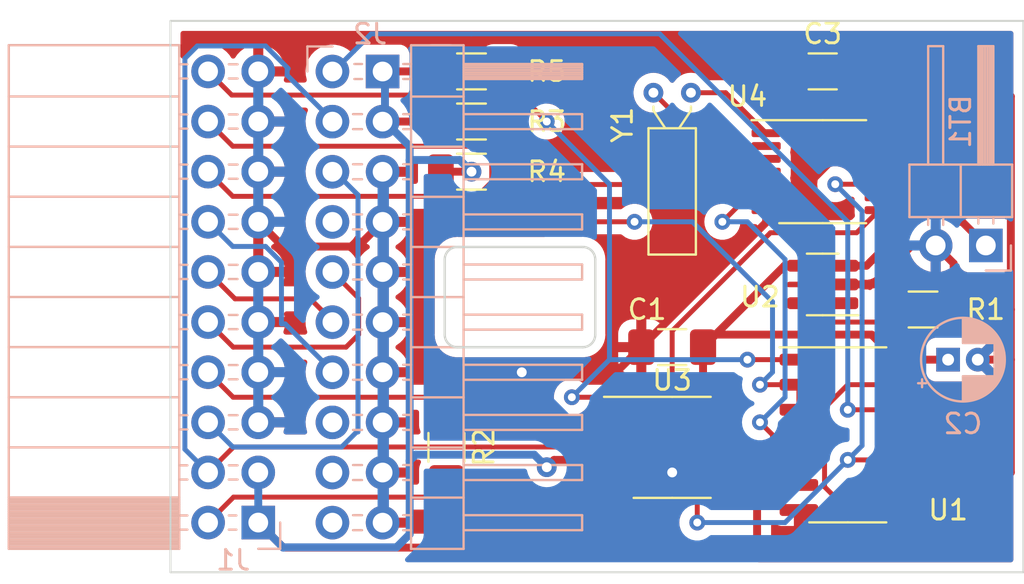
<source format=kicad_pcb>
(kicad_pcb (version 20211014) (generator pcbnew)
  (layers (0 "F.Cu" signal) (31 "B.Cu" signal) (34 "B.Paste" user) (35 "F.Paste" user) (36 "B.SilkS" user "B.Silkscreen") (37 "F.SilkS" user "F.Silkscreen") (38 "B.Mask" user) (39 "F.Mask" user) (44 "Edge.Cuts" user))
  (net 0 "")
  (net 1 "VCC")
  (net 2 "GND")
  (net 3 "VDD")
  (net 4 "Net-(J1-Pad2)")
  (net 5 "Net-(J1-Pad4)")
  (net 6 "Net-(J1-Pad6)")
  (net 7 "Net-(J1-Pad10)")
  (net 8 "Net-(J1-Pad12)")
  (net 9 "Net-(J1-Pad14)")
  (net 10 "Net-(J1-Pad16)")
  (net 11 "Net-(J1-Pad18)")
  (net 12 "Net-(J1-Pad20)")
  (net 13 "Net-(J2-Pad2)")
  (net 18 "Net-(U1-Pad13)")
  (net 19 "Net-(U1-Pad6)")
  (net 20 "Net-(R1-Pad1)")
  (net 22 "Net-(U4-Pad1)")
  (net 23 "Net-(J1-Pad8)")
  (net 24 "Net-(U4-Pad2)")
  (footprint "Resistor_SMD:R_1206_3216Metric_Pad1.30x1.75mm_HandSolder" (layer "F.Cu") (at 125.73 96.52 90)
    (fp_text reference "R2" (at 0 1.905 90) (layer "F.SilkS"))
    (fp_text value "100Ω")
    (pad "1" smd roundrect locked (at -1.55 0 90) (size 1.3 1.75) (layers "F.Cu" "F.Paste" "F.Mask") (roundrect_rratio 0.1923076923) (net 4 "Net-(J1-Pad2)"))
    (pad "2" smd roundrect locked (at 1.55 0 90) (size 1.3 1.75) (layers "F.Cu" "F.Paste" "F.Mask") (roundrect_rratio 0.1923076923) (net 23 "Net-(J1-Pad8)"))
  )
  (footprint "Package_TO_SOT_SMD:TSOT-23-5" (layer "F.Cu") (at 144.78 88.265 180)
    (fp_text reference "U2" (at 3.175 -0.635) (layer "F.SilkS"))
    (fp_text value "LTC4054-4.2")
    (pad "1" smd roundrect locked (at -1.1375 -0.95 180) (size 1.325 0.6) (layers "F.Cu" "F.Paste" "F.Mask"))
    (pad "2" smd roundrect locked (at -1.1375 0 180) (size 1.325 0.6) (layers "F.Cu" "F.Paste" "F.Mask") (net 2 "GND"))
    (pad "3" smd roundrect locked (at -1.1375 0.95 180) (size 1.325 0.6) (layers "F.Cu" "F.Paste" "F.Mask") (net 3 "VDD"))
    (pad "4" smd roundrect locked (at 1.1375 0.95 180) (size 1.325 0.6) (layers "F.Cu" "F.Paste" "F.Mask") (net 1 "VCC"))
    (pad "5" smd roundrect locked (at 1.1375 -0.95 180) (size 1.325 0.6) (layers "F.Cu" "F.Paste" "F.Mask") (net 20 "Net-(R1-Pad1)"))
  )
  (footprint "Capacitor_SMD:C_1206_3216Metric_Pad1.33x1.80mm_HandSolder" (layer "F.Cu") (at 144.78 77.47 180)
    (fp_text reference "C3" (at 0 1.905) (layer "F.SilkS"))
    (fp_text value "100nF")
    (pad "1" smd roundrect locked (at -1.5625 0 180) (size 1.325 1.8) (layers "F.Cu" "F.Paste" "F.Mask") (roundrect_rratio 0.1886792453) (net 3 "VDD"))
    (pad "2" smd roundrect locked (at 1.5625 0 180) (size 1.325 1.8) (layers "F.Cu" "F.Paste" "F.Mask") (roundrect_rratio 0.1886792453) (net 2 "GND"))
  )
  (footprint "Package_SO:TSSOP-14_4.4x5mm_P0.65mm" (layer "F.Cu") (at 144.78 82.55)
    (fp_text reference "U4" (at -3.81 -3.81) (layer "F.SilkS"))
    (fp_text value "PCF2123")
    (pad "1" smd roundrect locked (at -2.8625 -1.95) (size 1.475 0.4) (layers "F.Cu" "F.Paste" "F.Mask") (net 22 "Net-(U4-Pad1)"))
    (pad "2" smd roundrect locked (at -2.8625 -1.3) (size 1.475 0.4) (layers "F.Cu" "F.Paste" "F.Mask") (net 24 "Net-(U4-Pad2)"))
    (pad "3" smd roundrect locked (at -2.8625 -0.65) (size 1.475 0.4) (layers "F.Cu" "F.Paste" "F.Mask"))
    (pad "4" smd roundrect locked (at -2.8625 0) (size 1.475 0.4) (layers "F.Cu" "F.Paste" "F.Mask"))
    (pad "5" smd roundrect locked (at -2.8625 0.65) (size 1.475 0.4) (layers "F.Cu" "F.Paste" "F.Mask") (net 11 "Net-(J1-Pad18)"))
    (pad "6" smd roundrect locked (at -2.8625 1.3) (size 1.475 0.4) (layers "F.Cu" "F.Paste" "F.Mask") (net 19 "Net-(U1-Pad6)"))
    (pad "7" smd roundrect locked (at -2.8625 1.95) (size 1.475 0.4) (layers "F.Cu" "F.Paste" "F.Mask") (net 2 "GND"))
    (pad "8" smd roundrect locked (at 2.8625 1.95) (size 1.475 0.4) (layers "F.Cu" "F.Paste" "F.Mask") (net 5 "Net-(J1-Pad4)"))
    (pad "9" smd roundrect locked (at 2.8625 1.3) (size 1.475 0.4) (layers "F.Cu" "F.Paste" "F.Mask") (net 5 "Net-(J1-Pad4)"))
    (pad "10" smd roundrect locked (at 2.8625 0.65) (size 1.475 0.4) (layers "F.Cu" "F.Paste" "F.Mask") (net 4 "Net-(J1-Pad2)"))
    (pad "11" smd roundrect locked (at 2.8625 0) (size 1.475 0.4) (layers "F.Cu" "F.Paste" "F.Mask"))
    (pad "12" smd roundrect locked (at 2.8625 -0.65) (size 1.475 0.4) (layers "F.Cu" "F.Paste" "F.Mask") (net 2 "GND"))
    (pad "13" smd roundrect locked (at 2.8625 -1.3) (size 1.475 0.4) (layers "F.Cu" "F.Paste" "F.Mask"))
    (pad "14" smd roundrect locked (at 2.8625 -1.95) (size 1.475 0.4) (layers "F.Cu" "F.Paste" "F.Mask") (net 3 "VDD"))
  )
  (footprint "Package_SO:SO-14_3.9x8.65mm_P1.27mm" (layer "F.Cu") (at 146.05 95.885)
    (fp_text reference "U1" (at 5.08 3.81) (layer "F.SilkS"))
    (fp_text value "74HCT10")
    (pad "1" smd roundrect (at -2.475 -3.81) (size 1.95 0.6) (layers "F.Cu" "F.Paste" "F.Mask") (net 12 "Net-(J1-Pad20)"))
    (pad "2" smd roundrect (at -2.475 -2.54) (size 1.95 0.6) (layers "F.Cu" "F.Paste" "F.Mask") (net 10 "Net-(J1-Pad16)"))
    (pad "3" smd roundrect (at -2.475 -1.27) (size 1.95 0.6) (layers "F.Cu" "F.Paste" "F.Mask") (net 10 "Net-(J1-Pad16)"))
    (pad "4" smd roundrect (at -2.475 0) (size 1.95 0.6) (layers "F.Cu" "F.Paste" "F.Mask") (net 10 "Net-(J1-Pad16)"))
    (pad "5" smd roundrect (at -2.475 1.27) (size 1.95 0.6) (layers "F.Cu" "F.Paste" "F.Mask") (net 10 "Net-(J1-Pad16)"))
    (pad "6" smd roundrect (at -2.475 2.54) (size 1.95 0.6) (layers "F.Cu" "F.Paste" "F.Mask") (net 19 "Net-(U1-Pad6)"))
    (pad "7" smd roundrect (at -2.475 3.81) (size 1.95 0.6) (layers "F.Cu" "F.Paste" "F.Mask") (net 2 "GND"))
    (pad "8" smd roundrect (at 2.475 3.81) (size 1.95 0.6) (layers "F.Cu" "F.Paste" "F.Mask") (net 18 "Net-(U1-Pad13)"))
    (pad "9" smd roundrect (at 2.475 2.54) (size 1.95 0.6) (layers "F.Cu" "F.Paste" "F.Mask") (net 4 "Net-(J1-Pad2)"))
    (pad "10" smd roundrect (at 2.475 1.27) (size 1.95 0.6) (layers "F.Cu" "F.Paste" "F.Mask") (net 4 "Net-(J1-Pad2)"))
    (pad "11" smd roundrect (at 2.475 0) (size 1.95 0.6) (layers "F.Cu" "F.Paste" "F.Mask") (net 4 "Net-(J1-Pad2)"))
    (pad "12" smd roundrect (at 2.475 -1.27) (size 1.95 0.6) (layers "F.Cu" "F.Paste" "F.Mask") (net 13 "Net-(J2-Pad2)"))
    (pad "13" smd roundrect (at 2.475 -2.54) (size 1.95 0.6) (layers "F.Cu" "F.Paste" "F.Mask") (net 18 "Net-(U1-Pad13)"))
    (pad "14" smd roundrect (at 2.475 -3.81) (size 1.95 0.6) (layers "F.Cu" "F.Paste" "F.Mask") (net 1 "VCC"))
  )
  (footprint "Crystal:Crystal_DS26_D2.0mm_L6.0mm_Horizontal" (layer "F.Cu") (at 136.21 78.55)
    (fp_text reference "Y1" (at -1.57 1.625 90) (layer "F.SilkS"))
    (fp_text value "32.768KHz")
    (pad "1" thru_hole circle locked (at 0 0) (size 1 1) (drill 0.5) (layers *.Cu *.Mask) (net 24 "Net-(U4-Pad2)"))
    (pad "2" thru_hole circle locked (at 1.9 0) (size 1 1) (drill 0.5) (layers *.Cu *.Mask) (net 22 "Net-(U4-Pad1)"))
  )
  (footprint "Resistor_SMD:R_1206_3216Metric_Pad1.30x1.75mm_HandSolder" (layer "F.Cu") (at 127 80.01)
    (fp_text reference "R3" (at 3.81 0) (layer "F.SilkS"))
    (fp_text value "10KΩ")
    (pad "1" smd roundrect locked (at -1.55 0) (size 1.3 1.75) (layers "F.Cu" "F.Paste" "F.Mask") (roundrect_rratio 0.1923076923) (net 1 "VCC"))
    (pad "2" smd roundrect locked (at 1.55 0) (size 1.3 1.75) (layers "F.Cu" "F.Paste" "F.Mask") (roundrect_rratio 0.1923076923) (net 11 "Net-(J1-Pad18)"))
  )
  (footprint "Resistor_SMD:R_1206_3216Metric_Pad1.30x1.75mm_HandSolder" (layer "F.Cu") (at 127 77.47)
    (fp_text reference "R5" (at 3.81 0) (layer "F.SilkS"))
    (fp_text value "10KΩ")
    (pad "1" smd roundrect locked (at -1.55 0) (size 1.3 1.75) (layers "F.Cu" "F.Paste" "F.Mask") (roundrect_rratio 0.1923076923) (net 1 "VCC"))
    (pad "2" smd roundrect locked (at 1.55 0) (size 1.3 1.75) (layers "F.Cu" "F.Paste" "F.Mask") (roundrect_rratio 0.1923076923) (net 12 "Net-(J1-Pad20)"))
  )
  (footprint "Capacitor_SMD:C_1206_3216Metric_Pad1.33x1.80mm_HandSolder" (layer "F.Cu") (at 137.16 91.44 180)
    (fp_text reference "C1" (at 1.27 1.905) (layer "F.SilkS"))
    (fp_text value "100nF")
    (pad "1" smd roundrect locked (at -1.5625 0 180) (size 1.325 1.8) (layers "F.Cu" "F.Paste" "F.Mask") (roundrect_rratio 0.1886792453) (net 1 "VCC"))
    (pad "2" smd roundrect locked (at 1.5625 0 180) (size 1.325 1.8) (layers "F.Cu" "F.Paste" "F.Mask") (roundrect_rratio 0.1886792453) (net 2 "GND"))
  )
  (footprint "Resistor_SMD:R_1206_3216Metric_Pad1.30x1.75mm_HandSolder" (layer "F.Cu") (at 127 82.55)
    (fp_text reference "R4" (at 3.81 0) (layer "F.SilkS"))
    (fp_text value "10KΩ")
    (pad "1" smd roundrect locked (at -1.55 0) (size 1.3 1.75) (layers "F.Cu" "F.Paste" "F.Mask") (roundrect_rratio 0.1923076923) (net 1 "VCC"))
    (pad "2" smd roundrect locked (at 1.55 0) (size 1.3 1.75) (layers "F.Cu" "F.Paste" "F.Mask") (roundrect_rratio 0.1923076923) (net 10 "Net-(J1-Pad16)"))
  )
  (footprint "Package_SO:SOIC-8_3.9x4.9mm_P1.27mm" (layer "F.Cu") (at 137.16 96.52)
    (fp_text reference "U3" (at 0 -3.4) (layer "F.SilkS"))
    (fp_text value "FM25040B")
    (pad "1" smd roundrect locked (at -2.475 -1.905) (size 1.95 0.6) (layers "F.Cu" "F.Paste" "F.Mask") (net 12 "Net-(J1-Pad20)"))
    (pad "2" smd roundrect locked (at -2.475 -0.635) (size 1.95 0.6) (layers "F.Cu" "F.Paste" "F.Mask") (net 5 "Net-(J1-Pad4)"))
    (pad "3" smd roundrect locked (at -2.475 0.635) (size 1.95 0.6) (layers "F.Cu" "F.Paste" "F.Mask") (net 1 "VCC"))
    (pad "4" smd roundrect locked (at -2.475 1.905) (size 1.95 0.6) (layers "F.Cu" "F.Paste" "F.Mask") (net 2 "GND"))
    (pad "5" smd roundrect locked (at 2.475 1.905) (size 1.95 0.6) (layers "F.Cu" "F.Paste" "F.Mask") (net 5 "Net-(J1-Pad4)"))
    (pad "6" smd roundrect locked (at 2.475 0.635) (size 1.95 0.6) (layers "F.Cu" "F.Paste" "F.Mask") (net 4 "Net-(J1-Pad2)"))
    (pad "7" smd roundrect locked (at 2.475 -0.635) (size 1.95 0.6) (layers "F.Cu" "F.Paste" "F.Mask") (net 1 "VCC"))
    (pad "8" smd roundrect locked (at 2.475 -1.905) (size 1.95 0.6) (layers "F.Cu" "F.Paste" "F.Mask") (net 1 "VCC"))
  )
  (footprint "Resistor_SMD:R_1206_3216Metric_Pad1.30x1.75mm_HandSolder" (layer "F.Cu") (at 149.86 89.535)
    (fp_text reference "R1" (at 3.175 0) (layer "F.SilkS"))
    (fp_text value "2.2K")
    (pad "1" smd roundrect locked (at -1.55 0) (size 1.3 1.75) (layers "F.Cu" "F.Paste" "F.Mask") (roundrect_rratio 0.1923076923) (net 20 "Net-(R1-Pad1)"))
    (pad "2" smd roundrect locked (at 1.55 0) (size 1.3 1.75) (layers "F.Cu" "F.Paste" "F.Mask") (roundrect_rratio 0.1923076923) (net 2 "GND"))
  )
  (footprint "Connector_PinHeader_2.54mm:PinHeader_1x02_P2.54mm_Horizontal" (layer "B.Cu") (at 153.04 86.29 90)
    (fp_text reference "BT1" (at 6.28 -1.275 270) (layer "B.SilkS") (effects (justify mirror)))
    (fp_text value "Li-Ion")
    (pad "1" thru_hole rect locked (at 0 0 90) (size 1.7 1.7) (drill 1) (layers *.Cu *.Mask) (net 3 "VDD"))
    (pad "2" thru_hole oval locked (at 0 -2.54 90) (size 1.7 1.7) (drill 1) (layers *.Cu *.Mask) (net 2 "GND"))
  )
  (footprint "Connector_PinSocket_2.54mm:PinSocket_2x10_P2.54mm_Horizontal" (layer "B.Cu") (at 116.205 100.33)
    (fp_text reference "J1" (at -1.27 1.905) (layer "B.SilkS") (effects (justify mirror)))
    (fp_text value "In")
    (pad "1" thru_hole rect locked (at 0 0) (size 1.7 1.7) (drill 1) (layers *.Cu *.Mask) (net 1 "VCC"))
    (pad "2" thru_hole oval locked (at -2.54 0) (size 1.7 1.7) (drill 1) (layers *.Cu *.Mask) (net 4 "Net-(J1-Pad2)"))
    (pad "3" thru_hole oval locked (at 0 -2.54) (size 1.7 1.7) (drill 1) (layers *.Cu *.Mask) (net 1 "VCC"))
    (pad "4" thru_hole oval locked (at -2.54 -2.54) (size 1.7 1.7) (drill 1) (layers *.Cu *.Mask) (net 5 "Net-(J1-Pad4)"))
    (pad "5" thru_hole oval locked (at 0 -5.08) (size 1.7 1.7) (drill 1) (layers *.Cu *.Mask) (net 2 "GND"))
    (pad "6" thru_hole oval locked (at -2.54 -5.08) (size 1.7 1.7) (drill 1) (layers *.Cu *.Mask) (net 6 "Net-(J1-Pad6)"))
    (pad "7" thru_hole oval locked (at 0 -7.62) (size 1.7 1.7) (drill 1) (layers *.Cu *.Mask) (net 2 "GND"))
    (pad "8" thru_hole oval locked (at -2.54 -7.62) (size 1.7 1.7) (drill 1) (layers *.Cu *.Mask) (net 23 "Net-(J1-Pad8)"))
    (pad "9" thru_hole oval locked (at 0 -10.16) (size 1.7 1.7) (drill 1) (layers *.Cu *.Mask) (net 2 "GND"))
    (pad "10" thru_hole oval locked (at -2.54 -10.16) (size 1.7 1.7) (drill 1) (layers *.Cu *.Mask) (net 7 "Net-(J1-Pad10)"))
    (pad "11" thru_hole oval locked (at 0 -12.7) (size 1.7 1.7) (drill 1) (layers *.Cu *.Mask) (net 2 "GND"))
    (pad "12" thru_hole oval locked (at -2.54 -12.7) (size 1.7 1.7) (drill 1) (layers *.Cu *.Mask) (net 8 "Net-(J1-Pad12)"))
    (pad "13" thru_hole oval locked (at 0 -15.24) (size 1.7 1.7) (drill 1) (layers *.Cu *.Mask) (net 2 "GND"))
    (pad "14" thru_hole oval locked (at -2.54 -15.24) (size 1.7 1.7) (drill 1) (layers *.Cu *.Mask) (net 9 "Net-(J1-Pad14)"))
    (pad "15" thru_hole oval locked (at 0 -17.78) (size 1.7 1.7) (drill 1) (layers *.Cu *.Mask) (net 2 "GND"))
    (pad "16" thru_hole oval locked (at -2.54 -17.78) (size 1.7 1.7) (drill 1) (layers *.Cu *.Mask) (net 10 "Net-(J1-Pad16)"))
    (pad "17" thru_hole oval locked (at 0 -20.32) (size 1.7 1.7) (drill 1) (layers *.Cu *.Mask) (net 2 "GND"))
    (pad "18" thru_hole oval locked (at -2.54 -20.32) (size 1.7 1.7) (drill 1) (layers *.Cu *.Mask) (net 11 "Net-(J1-Pad18)"))
    (pad "19" thru_hole oval locked (at 0 -22.86) (size 1.7 1.7) (drill 1) (layers *.Cu *.Mask) (net 2 "GND"))
    (pad "20" thru_hole oval locked (at -2.54 -22.86) (size 1.7 1.7) (drill 1) (layers *.Cu *.Mask) (net 12 "Net-(J1-Pad20)"))
  )
  (footprint "Connector_PinHeader_2.54mm:PinHeader_2x10_P2.54mm_Reversed_Horizontal" (layer "B.Cu") (at 131.36 77.475 180)
    (fp_text reference "J2" (at 9.495 1.905) (layer "B.SilkS") (effects (justify mirror)))
    (fp_text value "Out")
    (fp_line (start -1.27 -8.89) (end 5.08 -8.89) (layer "Edge.Cuts") (width 0.12))
    (fp_line (start -1.905 -13.335) (end -1.905 -9.525) (layer "Edge.Cuts") (width 0.12))
    (fp_line (start 5.715 -9.525) (end 5.715 -13.335) (layer "Edge.Cuts") (width 0.12))
    (fp_line (start 5.08 -13.97) (end -1.27 -13.97) (layer "Edge.Cuts") (width 0.12))
    (fp_arc (start 5.08 -13.97) (mid 5.529013 -13.784013) (end 5.715 -13.335) (layer "Edge.Cuts") (width 0.12))
    (fp_arc (start -1.905 -13.335) (mid -1.719013 -13.784013) (end -1.27 -13.97) (layer "Edge.Cuts") (width 0.12))
    (fp_arc (start -1.27 -8.89) (mid -1.719013 -9.075987) (end -1.905 -9.525) (layer "Edge.Cuts") (width 0.12))
    (fp_arc (start 5.715 -9.525) (mid 5.529013 -9.075987) (end 5.08 -8.89) (layer "Edge.Cuts") (width 0.12))
    (pad "1" thru_hole rect (at 8.86 0 180) (size 1.7 1.7) (drill 1) (layers *.Cu *.Mask) (net 1 "VCC"))
    (pad "2" thru_hole circle (at 11.4 0 180) (size 1.7 1.7) (drill 1) (layers *.Cu *.Mask) (net 13 "Net-(J2-Pad2)"))
    (pad "3" thru_hole oval (at 8.86 -2.54 180) (size 1.7 1.7) (drill 1) (layers *.Cu *.Mask) (net 1 "VCC"))
    (pad "4" thru_hole oval (at 11.4 -2.54 180) (size 1.7 1.7) (drill 1) (layers *.Cu *.Mask) (net 5 "Net-(J1-Pad4)"))
    (pad "5" thru_hole oval (at 8.86 -5.08 180) (size 1.7 1.7) (drill 1) (layers *.Cu *.Mask) (net 2 "GND"))
    (pad "6" thru_hole oval (at 11.4 -5.08 180) (size 1.7 1.7) (drill 1) (layers *.Cu *.Mask) (net 6 "Net-(J1-Pad6)"))
    (pad "7" thru_hole oval (at 8.86 -7.62 180) (size 1.7 1.7) (drill 1) (layers *.Cu *.Mask) (net 2 "GND"))
    (pad "8" thru_hole oval (at 11.4 -7.62 180) (size 1.7 1.7) (drill 1) (layers *.Cu *.Mask))
    (pad "9" thru_hole oval (at 8.86 -10.16 180) (size 1.7 1.7) (drill 1) (layers *.Cu *.Mask) (net 2 "GND"))
    (pad "10" thru_hole oval (at 11.4 -10.16 180) (size 1.7 1.7) (drill 1) (layers *.Cu *.Mask) (net 7 "Net-(J1-Pad10)"))
    (pad "11" thru_hole oval (at 8.86 -12.7 180) (size 1.7 1.7) (drill 1) (layers *.Cu *.Mask) (net 2 "GND"))
    (pad "12" thru_hole oval (at 11.4 -12.7 180) (size 1.7 1.7) (drill 1) (layers *.Cu *.Mask) (net 8 "Net-(J1-Pad12)"))
    (pad "13" thru_hole oval (at 8.86 -15.24 180) (size 1.7 1.7) (drill 1) (layers *.Cu *.Mask) (net 2 "GND"))
    (pad "14" thru_hole oval (at 11.4 -15.24 180) (size 1.7 1.7) (drill 1) (layers *.Cu *.Mask) (net 9 "Net-(J1-Pad14)"))
    (pad "15" thru_hole oval (at 8.86 -17.78 180) (size 1.7 1.7) (drill 1) (layers *.Cu *.Mask) (net 2 "GND"))
    (pad "16" thru_hole oval (at 11.4 -17.78 180) (size 1.7 1.7) (drill 1) (layers *.Cu *.Mask))
    (pad "17" thru_hole oval (at 8.86 -20.32 180) (size 1.7 1.7) (drill 1) (layers *.Cu *.Mask) (net 2 "GND"))
    (pad "18" thru_hole oval (at 11.4 -20.32 180) (size 1.7 1.7) (drill 1) (layers *.Cu *.Mask))
    (pad "19" thru_hole oval (at 8.86 -22.86 180) (size 1.7 1.7) (drill 1) (layers *.Cu *.Mask) (net 2 "GND"))
    (pad "20" thru_hole oval (at 11.4 -22.86 180) (size 1.7 1.7) (drill 1) (layers *.Cu *.Mask))
  )
  (footprint "Capacitor_THT:CP_Radial_D4.0mm_P1.50mm" (layer "B.Cu") (at 151.13 92.075)
    (fp_text reference "C2" (at 0.75 3.25 180) (layer "B.SilkS") (effects (justify mirror)))
    (fp_text value "1µF")
    (pad "1" thru_hole rect locked (at 0 0) (size 1.2 1.2) (drill 0.6) (layers *.Cu *.Mask) (net 1 "VCC"))
    (pad "2" thru_hole circle locked (at 1.5 0) (size 1.2 1.2) (drill 0.6) (layers *.Cu *.Mask) (net 2 "GND"))
  )
  (gr_rect (start 154.94 74.91) (end 111.76 102.85) (layer "Edge.Cuts") (width 0.1) (fill none))
  (segment (start 138.7225 93.7025) (end 139.635 94.615) (width 0.4) (layer "F.Cu") (net 1))
  (segment (start 147.255 90.805) (end 139.3575 90.805) (width 0.4) (layer "F.Cu") (net 1))
  (segment (start 139.635 95.885) (end 140.335 95.885) (width 0.4) (layer "F.Cu") (net 1))
  (segment (start 139.3575 90.805) (end 138.7225 91.44) (width 0.4) (layer "F.Cu") (net 1))
  (segment (start 148.525 92.075) (end 147.255 90.805) (width 0.4) (layer "F.Cu") (net 1))
  (segment (start 151.13 92.075) (end 148.525 92.075) (width 0.4) (layer "F.Cu") (net 1))
  (segment (start 134.685 97.155) (end 131.1805 97.155) (width 0.4) (layer "F.Cu") (net 1))
  (segment (start 142.8475 87.315) (end 138.7225 91.44) (width 0.4) (layer "F.Cu") (net 1))
  (segment (start 125.45 77.47) (end 122.625 77.47) (width 0.4) (layer "F.Cu") (net 1))
  (segment (start 140.335 95.885) (end 141.45904 97.00904) (width 0.4) (layer "F.Cu") (net 1))
  (segment (start 125.45 80.01) (end 122.625 80.01) (width 0.4) (layer "F.Cu") (net 1))
  (segment (start 141.45904 101.11096) (end 140.97 101.6) (width 0.4) (layer "F.Cu") (net 1))
  (segment (start 141.45904 97.00904) (end 141.45904 101.11096) (width 0.4) (layer "F.Cu") (net 1))
  (segment (start 131.1805 97.155) (end 130.81 97.5255) (width 0.4) (layer "F.Cu") (net 1))
  (segment (start 117.475 101.6) (end 116.205 100.33) (width 0.4) (layer "F.Cu") (net 1))
  (segment (start 139.635 94.615) (end 139.635 95.885) (width 0.4) (layer "F.Cu") (net 1))
  (segment (start 122.625 77.47) (end 122.62 77.475) (width 0.4) (layer "F.Cu") (net 1))
  (segment (start 143.6425 87.315) (end 142.8475 87.315) (width 0.4) (layer "F.Cu") (net 1))
  (segment (start 138.7225 91.44) (end 138.7225 93.7025) (width 0.4) (layer "F.Cu") (net 1))
  (segment (start 122.625 80.01) (end 122.62 80.015) (width 0.4) (layer "F.Cu") (net 1))
  (segment (start 140.97 101.6) (end 117.475 101.6) (width 0.4) (layer "F.Cu") (net 1))
  (segment (start 125.45 82.55) (end 127 82.55) (width 0.4) (layer "F.Cu") (net 1))
  (via (at 130.81 97.5255) (size 1) (drill 0.5) (layers "F.Cu" "B.Cu") (net 1))
  (via (at 127 82.55) (size 1) (drill 0.5) (layers "F.Cu" "B.Cu") (net 1))
  (segment (start 123.869511 81.264511) (end 123.869511 81.959511) (width 0.4) (layer "B.Cu") (net 1))
  (segment (start 123.869511 81.959511) (end 123.869511 97.199511) (width 0.4) (layer "B.Cu") (net 1))
  (segment (start 123.869511 97.199511) (end 123.869511 100.920489) (width 0.4) (layer "B.Cu") (net 1))
  (segment (start 123.205489 101.584511) (end 117.490489 101.584511) (width 0.4) (layer "B.Cu") (net 1))
  (segment (start 122.62 80.015) (end 123.869511 81.264511) (width 0.4) (layer "B.Cu") (net 1))
  (segment (start 123.869511 100.920489) (end 123.205489 101.584511) (width 0.4) (layer "B.Cu") (net 1))
  (segment (start 130.81 97.5255) (end 130.174989 96.890489) (width 0.4) (layer "B.Cu") (net 1))
  (segment (start 124.178533 96.890489) (end 123.869511 97.199511) (width 0.4) (layer "B.Cu") (net 1))
  (segment (start 126.409511 81.959511) (end 123.869511 81.959511) (width 0.4) (layer "B.Cu") (net 1))
  (segment (start 116.205 97.79) (end 116.205 100.33) (width 0.4) (layer "B.Cu") (net 1))
  (segment (start 117.475 101.6) (end 116.205 100.33) (width 0.4) (layer "B.Cu") (net 1))
  (segment (start 127 82.55) (end 126.409511 81.959511) (width 0.4) (layer "B.Cu") (net 1))
  (segment (start 130.174989 96.890489) (end 124.178533 96.890489) (width 0.4) (layer "B.Cu") (net 1))
  (segment (start 122.62 77.475) (end 122.62 80.015) (width 0.4) (layer "B.Cu") (net 1))
  (segment (start 117.490489 101.584511) (end 117.475 101.6) (width 0.4) (layer "B.Cu") (net 1))
  (segment (start 135.5975 91.44) (end 141.9175 85.12) (width 0.4) (layer "F.Cu") (net 2))
  (segment (start 153.13 92.075) (end 154.305 92.075) (width 0.4) (layer "F.Cu") (net 2))
  (segment (start 150.495 101.6) (end 154.305 97.79) (width 0.4) (layer "F.Cu") (net 2))
  (segment (start 143.2175 78.268927) (end 146.848573 81.9) (width 0.4) (layer "F.Cu") (net 2))
  (segment (start 143.575 99.695) (end 145.48 101.6) (width 0.4) (layer "F.Cu") (net 2))
  (segment (start 121.250489 86.344511) (end 122.5 85.095) (width 0.4) (layer "F.Cu") (net 2))
  (segment (start 117.459511 86.344511) (end 121.250489 86.344511) (width 0.4) (layer "F.Cu") (net 2))
  (segment (start 136.525 98.425) (end 137.16 97.79) (width 0.4) (layer "F.Cu") (net 2))
  (segment (start 146.848573 81.9) (end 147.6425 81.9) (width 0.4) (layer "F.Cu") (net 2))
  (segment (start 116.205 85.09) (end 116.205 87.63) (width 0.4) (layer "F.Cu") (net 2))
  (segment (start 147.32 88.265) (end 149.295 86.29) (width 0.4) (layer "F.Cu") (net 2))
  (segment (start 116.205 85.09) (end 117.459511 86.344511) (width 0.4) (layer "F.Cu") (net 2))
  (segment (start 122.62 92.715) (end 134.3225 92.715) (width 0.4) (layer "F.Cu") (net 2))
  (segment (start 134.3225 92.715) (end 135.5975 91.44) (width 0.4) (layer "F.Cu") (net 2))
  (segment (start 154.305 97.79) (end 154.305 92.075) (width 0.4) (layer "F.Cu") (net 2))
  (segment (start 145.311427 81.9) (end 142.711427 84.5) (width 0.4) (layer "F.Cu") (net 2))
  (segment (start 143.2175 77.47) (end 143.2175 78.268927) (width 0.4) (layer "F.Cu") (net 2))
  (segment (start 147.6425 81.9) (end 145.311427 81.9) (width 0.4) (layer "F.Cu") (net 2))
  (segment (start 151.41 89.535) (end 154.305 89.535) (width 0.4) (layer "F.Cu") (net 2))
  (segment (start 145.9175 88.265) (end 147.32 88.265) (width 0.4) (layer "F.Cu") (net 2))
  (segment (start 142.711427 84.5) (end 141.9175 84.5) (width 0.4) (layer "F.Cu") (net 2))
  (segment (start 144.51702 76.17048) (end 151.73548 76.17048) (width 0.4) (layer "F.Cu") (net 2))
  (segment (start 154.305 89.535) (end 154.305 92.075) (width 0.4) (layer "F.Cu") (net 2))
  (segment (start 151.41 87.2) (end 150.5 86.29) (width 0.4) (layer "F.Cu") (net 2))
  (segment (start 149.295 86.29) (end 150.5 86.29) (width 0.4) (layer "F.Cu") (net 2))
  (segment (start 141.9175 85.12) (end 141.9175 84.5) (width 0.4) (layer "F.Cu") (net 2))
  (segment (start 154.305 78.74) (end 154.305 89.535) (width 0.4) (layer "F.Cu") (net 2))
  (segment (start 134.685 98.425) (end 136.525 98.425) (width 0.4) (layer "F.Cu") (net 2))
  (segment (start 145.48 101.6) (end 150.495 101.6) (width 0.4) (layer "F.Cu") (net 2))
  (segment (start 151.41 89.535) (end 151.41 87.2) (width 0.4) (layer "F.Cu") (net 2))
  (segment (start 151.73548 76.17048) (end 154.305 78.74) (width 0.4) (layer "F.Cu") (net 2))
  (segment (start 143.2175 77.47) (end 144.51702 76.17048) (width 0.4) (layer "F.Cu") (net 2))
  (via (at 137.16 97.79) (size 1) (drill 0.5) (layers "F.Cu" "B.Cu") (net 2))
  (via (at 129.545 92.715) (size 1) (drill 0.5) (layers "F.Cu" "B.Cu") (net 2))
  (segment (start 122.62 97.795) (end 122.62 95.255) (width 0.4) (layer "B.Cu") (net 2))
  (segment (start 122.62 82.555) (end 122.62 85.095) (width 0.4) (layer "B.Cu") (net 2))
  (segment (start 116.205 87.63) (end 116.205 90.17) (width 0.4) (layer "B.Cu") (net 2))
  (segment (start 129.545 92.715) (end 132.08 95.25) (width 0.4) (layer "B.Cu") (net 2))
  (segment (start 132.08 95.25) (end 132.08 96.52) (width 0.4) (layer "B.Cu") (net 2))
  (segment (start 122.62 97.795) (end 122.62 100.335) (width 0.4) (layer "B.Cu") (net 2))
  (segment (start 116.205 90.17) (end 116.205 92.71) (width 0.4) (layer "B.Cu") (net 2))
  (segment (start 116.205 80.01) (end 116.205 82.55) (width 0.4) (layer "B.Cu") (net 2))
  (segment (start 116.205 77.47) (end 116.205 80.01) (width 0.4) (layer "B.Cu") (net 2))
  (segment (start 122.62 95.255) (end 122.62 92.715) (width 0.4) (layer "B.Cu") (net 2))
  (segment (start 116.205 82.55) (end 116.205 85.09) (width 0.4) (layer "B.Cu") (net 2))
  (segment (start 133.35 97.79) (end 137.16 97.79) (width 0.4) (layer "B.Cu") (net 2))
  (segment (start 122.62 87.635) (end 122.62 85.095) (width 0.4) (layer "B.Cu") (net 2))
  (segment (start 122.62 90.175) (end 122.62 87.635) (width 0.4) (layer "B.Cu") (net 2))
  (segment (start 132.08 96.52) (end 133.35 97.79) (width 0.4) (layer "B.Cu") (net 2))
  (segment (start 116.205 92.71) (end 116.205 95.25) (width 0.4) (layer "B.Cu") (net 2))
  (segment (start 122.62 90.175) (end 122.62 92.715) (width 0.4) (layer "B.Cu") (net 2))
  (segment (start 153.04 86.29) (end 151.84 85.09) (width 0.4) (layer "F.Cu") (net 3))
  (segment (start 145.9175 87.315) (end 147 87.315) (width 0.4) (layer "F.Cu") (net 3))
  (segment (start 151.84 85.09) (end 151.765 85.09) (width 0.4) (layer "F.Cu") (net 3))
  (segment (start 151.13 84.455) (end 149.225 84.455) (width 0.4) (layer "F.Cu") (net 3))
  (segment (start 147.6425 80.6) (end 148.436427 80.6) (width 0.4) (layer "F.Cu") (net 3))
  (segment (start 151.765 85.09) (end 151.13 84.455) (width 0.4) (layer "F.Cu") (net 3))
  (segment (start 147 87.315) (end 149.225 85.09) (width 0.4) (layer "F.Cu") (net 3))
  (segment (start 149.225 81.388573) (end 149.225 84.455) (width 0.4) (layer "F.Cu") (net 3))
  (segment (start 146.3425 79.3) (end 147.6425 80.6) (width 0.4) (layer "F.Cu") (net 3))
  (segment (start 146.3425 77.47) (end 146.3425 79.3) (width 0.4) (layer "F.Cu") (net 3))
  (segment (start 148.436427 80.6) (end 149.225 81.388573) (width 0.4) (layer "F.Cu") (net 3))
  (segment (start 149.225 84.455) (end 149.225 85.09) (width 0.4) (layer "F.Cu") (net 3))
  (segment (start 140.93452 98.771552) (end 140.93452 98.078448) (width 0.25) (layer "F.Cu") (net 4))
  (segment (start 140.656552 99.04952) (end 140.93452 98.771552) (width 0.25) (layer "F.Cu") (net 4))
  (segment (start 125.73 98.07) (end 124.74 99.06) (width 0.25) (layer "F.Cu") (net 4))
  (segment (start 126.70952 99.04952) (end 138.41952 99.04952) (width 0.25) (layer "F.Cu") (net 4))
  (segment (start 148.525 97.155) (end 146.05 97.155) (width 0.25) (layer "F.Cu") (net 4))
  (segment (start 113.665 100.33) (end 114.955 99.04) (width 0.25) (layer "F.Cu") (net 4))
  (segment (start 145.415 83.185) (end 147.6275 83.185) (width 0.25) (layer "F.Cu") (net 4))
  (segment (start 138.41952 99.04952) (end 140.656552 99.04952) (width 0.25) (layer "F.Cu") (net 4))
  (segment (start 138.43 99.06) (end 138.41952 99.04952) (width 0.25) (layer "F.Cu") (net 4))
  (segment (start 147.6275 83.185) (end 147.6425 83.2) (width 0.25) (layer "F.Cu") (net 4))
  (segment (start 114.955 99.04) (end 124.76 99.04) (width 0.25) (layer "F.Cu") (net 4))
  (segment (start 138.43 100.33) (end 138.43 99.06) (width 0.25) (layer "F.Cu") (net 4))
  (segment (start 148.525 97.155) (end 148.525 98.425) (width 0.25) (layer "F.Cu") (net 4))
  (segment (start 124.76 99.04) (end 125.73 98.07) (width 0.25) (layer "F.Cu") (net 4))
  (segment (start 140.93452 98.078448) (end 140.011072 97.155) (width 0.25) (layer "F.Cu") (net 4))
  (segment (start 125.73 98.07) (end 126.70952 99.04952) (width 0.25) (layer "F.Cu") (net 4))
  (segment (start 148.525 95.885) (end 148.525 97.155) (width 0.25) (layer "F.Cu") (net 4))
  (via (at 145.415 83.185) (size 0.8) (drill 0.4) (layers "F.Cu" "B.Cu") (net 4))
  (via (at 138.43 100.33) (size 0.8) (drill 0.4) (layers "F.Cu" "B.Cu") (net 4))
  (via (at 146.05 97.155) (size 0.8) (drill 0.4) (layers "F.Cu" "B.Cu") (net 4))
  (segment (start 142.875 100.33) (end 146.05 97.155) (width 0.25) (layer "B.Cu") (net 4))
  (segment (start 138.43 100.33) (end 142.875 100.33) (width 0.25) (layer "B.Cu") (net 4))
  (segment (start 145.415 83.185) (end 146.774511 84.544511) (width 0.25) (layer "B.Cu") (net 4))
  (segment (start 146.774511 96.430489) (end 146.05 97.155) (width 0.25) (layer "B.Cu") (net 4))
  (segment (start 146.774511 84.544511) (end 146.774511 96.430489) (width 0.25) (layer "B.Cu") (net 4))
  (segment (start 136.525 95.885) (end 134.685 95.885) (width 0.25) (layer "F.Cu") (net 5))
  (segment (start 134.07 96.5) (end 114.955 96.5) (width 0.25) (layer "F.Cu") (net 5))
  (segment (start 147.6425 84.5) (end 146.49798 85.64452) (width 0.25) (layer "F.Cu") (net 5))
  (segment (start 137.16 90.619284) (end 137.16 95.25) (width 0.25) (layer "F.Cu") (net 5))
  (segment (start 147.6425 84.5) (end 147.6425 83.85) (width 0.25) (layer "F.Cu") (net 5))
  (segment (start 139.065 98.425) (end 136.525 95.885) (width 0.25) (layer "F.Cu") (net 5))
  (segment (start 146.49798 85.64452) (end 142.134763 85.64452) (width 0.25) (layer "F.Cu") (net 5))
  (segment (start 142.134763 85.64452) (end 137.16 90.619284) (width 0.25) (layer "F.Cu") (net 5))
  (segment (start 137.16 95.25) (end 136.525 95.885) (width 0.25) (layer "F.Cu") (net 5))
  (segment (start 139.635 98.425) (end 139.065 98.425) (width 0.25) (layer "F.Cu") (net 5))
  (segment (start 114.955 96.5) (end 113.665 97.79) (width 0.25) (layer "F.Cu") (net 5))
  (segment (start 134.685 95.885) (end 134.07 96.5) (width 0.25) (layer "F.Cu") (net 5))
  (segment (start 134.05 96.52) (end 134.685 95.885) (width 0.25) (layer "F.Cu") (net 5))
  (segment (start 117.725489 77.329479) (end 116.57601 76.18) (width 0.25) (layer "B.Cu") (net 5))
  (segment (start 116.57601 76.18) (end 113.12 76.18) (width 0.25) (layer "B.Cu") (net 5))
  (segment (start 112.490489 96.615489) (end 113.665 97.79) (width 0.25) (layer "B.Cu") (net 5))
  (segment (start 117.670505 77.665505) (end 117.670505 77.274495) (width 0.25) (layer "B.Cu") (net 5))
  (segment (start 113.12 76.18) (end 112.490489 76.809511) (width 0.25) (layer "B.Cu") (net 5))
  (segment (start 120.015 80.01) (end 117.670505 77.665505) (width 0.25) (layer "B.Cu") (net 5))
  (segment (start 112.490489 76.809511) (end 112.490489 96.615489) (width 0.25) (layer "B.Cu") (net 5))
  (segment (start 114.915 96.5) (end 113.665 95.25) (width 0.25) (layer "B.Cu") (net 6))
  (segment (start 121.254511 93.375489) (end 121.254511 95.741499) (width 0.25) (layer "B.Cu") (net 6))
  (segment (start 121.254511 83.729511) (end 121.254511 93.375489) (width 0.25) (layer "B.Cu") (net 6))
  (segment (start 120.08 82.555) (end 121.254511 83.729511) (width 0.25) (layer "B.Cu") (net 6))
  (segment (start 121.254511 95.671499) (end 120.42601 96.5) (width 0.25) (layer "B.Cu") (net 6))
  (segment (start 120.42601 96.5) (end 114.915 96.5) (width 0.25) (layer "B.Cu") (net 6))
  (segment (start 121.254511 93.375489) (end 121.254511 95.671499) (width 0.25) (layer "B.Cu") (net 6))
  (segment (start 114.935 91.44) (end 113.665 90.17) (width 0.25) (layer "F.Cu") (net 7))
  (segment (start 119.96 87.635) (end 121.285 88.96) (width 0.25) (layer "F.Cu") (net 7))
  (segment (start 121.285 88.96) (end 121.285 90.805) (width 0.25) (layer "F.Cu") (net 7))
  (segment (start 120.65 91.44) (end 114.935 91.44) (width 0.25) (layer "F.Cu") (net 7))
  (segment (start 121.285 90.805) (end 120.65 91.44) (width 0.25) (layer "F.Cu") (net 7))
  (segment (start 120.015 90.17) (end 118.840489 88.995489) (width 0.25) (layer "F.Cu") (net 8))
  (segment (start 115.030489 88.995489) (end 113.665 87.63) (width 0.25) (layer "F.Cu") (net 8))
  (segment (start 118.840489 88.995489) (end 115.030489 88.995489) (width 0.25) (layer "F.Cu") (net 8))
  (segment (start 116.57601 86.34) (end 114.915 86.34) (width 0.25) (layer "B.Cu") (net 9))
  (segment (start 120.015 92.71) (end 117.570489 90.265489) (width 0.25) (layer "B.Cu") (net 9))
  (segment (start 117.379511 90.265489) (end 117.379511 87.143501) (width 0.25) (layer "B.Cu") (net 9))
  (segment (start 117.570489 90.265489) (end 117.379511 90.265489) (width 0.25) (layer "B.Cu") (net 9))
  (segment (start 114.915 86.34) (end 113.665 85.09) (width 0.25) (layer "B.Cu") (net 9))
  (segment (start 117.379511 87.143501) (end 116.57601 86.34) (width 0.25) (layer "B.Cu") (net 9))
  (segment (start 127.28 83.82) (end 128.55 82.55) (width 0.25) (layer "F.Cu") (net 10))
  (segment (start 131.09 85.09) (end 128.55 82.55) (width 0.25) (layer "F.Cu") (net 10))
  (segment (start 127.3 83.8) (end 128.55 82.55) (width 0.25) (layer "F.Cu") (net 10))
  (segment (start 141.605 93.345) (end 143.575 93.345) (width 0.25) (layer "F.Cu") (net 10))
  (segment (start 143.575 94.615) (end 143.575 95.885) (width 0.25) (layer "F.Cu") (net 10))
  (segment (start 143.575 95.885) (end 143.575 97.155) (width 0.25) (layer "F.Cu") (net 10))
  (segment (start 143.575 93.345) (end 143.575 94.615) (width 0.25) (layer "F.Cu") (net 10))
  (segment (start 114.915 83.8) (end 127.3 83.8) (width 0.25) (layer "F.Cu") (net 10))
  (segment (start 113.665 82.55) (end 114.915 83.8) (width 0.25) (layer "F.Cu") (net 10))
  (segment (start 135.255 85.09) (end 131.09 85.09) (width 0.25) (layer "F.Cu") (net 10))
  (via (at 141.605 93.345) (size 0.8) (drill 0.4) (layers "F.Cu" "B.Cu") (net 10))
  (via (at 135.255 85.09) (size 0.8) (drill 0.4) (layers "F.Cu" "B.Cu") (net 10))
  (segment (start 135.255 85.09) (end 138.184614 85.09) (width 0.25) (layer "B.Cu") (net 10))
  (segment (start 138.184614 85.09) (end 142.24 89.145386) (width 0.25) (layer "B.Cu") (net 10))
  (segment (start 142.24 89.145386) (end 142.24 92.71) (width 0.25) (layer "B.Cu") (net 10))
  (segment (start 142.24 92.71) (end 141.605 93.345) (width 0.25) (layer "B.Cu") (net 10))
  (segment (start 113.665 80.01) (end 114.915 81.26) (width 0.25) (layer "F.Cu") (net 11))
  (segment (start 131.74 83.2) (end 128.55 80.01) (width 0.25) (layer "F.Cu") (net 11))
  (segment (start 114.915 81.26) (end 127.3 81.26) (width 0.25) (layer "F.Cu") (net 11))
  (segment (start 127.3 81.26) (end 128.55 80.01) (width 0.25) (layer "F.Cu") (net 11))
  (segment (start 141.9175 83.2) (end 131.74 83.2) (width 0.25) (layer "F.Cu") (net 11))
  (segment (start 127.28 81.28) (end 128.55 80.01) (width 0.25) (layer "F.Cu") (net 11))
  (segment (start 134.05 93.98) (end 132.08 93.98) (width 0.25) (layer "F.Cu") (net 12))
  (segment (start 127.35048 78.66952) (end 114.86452 78.66952) (width 0.25) (layer "F.Cu") (net 12))
  (segment (start 114.86452 78.66952) (end 113.665 77.47) (width 0.25) (layer "F.Cu") (net 12))
  (segment (start 128.55 77.47) (end 127.35048 78.66952) (width 0.25) (layer "F.Cu") (net 12))
  (segment (start 128.55 77.75) (end 128.55 77.47) (width 0.25) (layer "F.Cu") (net 12))
  (segment (start 143.575 92.075) (end 140.97 92.075) (width 0.25) (layer "F.Cu") (net 12))
  (segment (start 134.685 94.615) (end 134.05 93.98) (width 0.25) (layer "F.Cu") (net 12))
  (segment (start 130.81 80.01) (end 128.55 77.75) (width 0.25) (layer "F.Cu") (net 12))
  (via (at 132.08 93.98) (size 0.8) (drill 0.4) (layers "F.Cu" "B.Cu") (net 12))
  (via (at 140.97 92.075) (size 0.8) (drill 0.4) (layers "F.Cu" "B.Cu") (net 12))
  (via (at 130.81 80.01) (size 0.8) (drill 0.4) (layers "F.Cu" "B.Cu") (net 12))
  (segment (start 133.985 92.075) (end 132.08 93.98) (width 0.25) (layer "B.Cu") (net 12))
  (segment (start 133.985 91.44) (end 133.985 92.075) (width 0.25) (layer "B.Cu") (net 12))
  (segment (start 133.985 83.185) (end 133.985 91.44) (width 0.25) (layer "B.Cu") (net 12))
  (segment (start 130.81 80.01) (end 133.985 83.185) (width 0.25) (layer "B.Cu") (net 12))
  (segment (start 140.97 92.075) (end 133.985 92.075) (width 0.25) (layer "B.Cu") (net 12))
  (segment (start 148.525 94.615) (end 146.05 94.615) (width 0.25) (layer "F.Cu") (net 13))
  (via (at 146.05 94.615) (size 0.8) (drill 0.4) (layers "F.Cu" "B.Cu") (net 13))
  (segment (start 136.525 75.565) (end 127 75.565) (width 0.25) (layer "B.Cu") (net 13))
  (segment (start 146.05 85.09) (end 136.525 75.565) (width 0.25) (layer "B.Cu") (net 13))
  (segment (start 121.92 75.565) (end 127 75.565) (width 0.25) (layer "B.Cu") (net 13))
  (segment (start 120.015 77.47) (end 121.92 75.565) (width 0.25) (layer "B.Cu") (net 13))
  (segment (start 146.05 94.615) (end 146.05 85.09) (width 0.25) (layer "B.Cu") (net 13))
  (segment (start 148.525 93.345) (end 146.05 93.345) (width 0.25) (layer "F.Cu") (net 18))
  (segment (start 144.87452 94.52048) (end 144.87452 98.51952) (width 0.25) (layer "F.Cu") (net 18))
  (segment (start 146.05 93.345) (end 144.87452 94.52048) (width 0.25) (layer "F.Cu") (net 18))
  (segment (start 144.87452 98.51952) (end 146.05 99.695) (width 0.25) (layer "F.Cu") (net 18))
  (segment (start 146.05 99.695) (end 148.525 99.695) (width 0.25) (layer "F.Cu") (net 18))
  (segment (start 143.198928 98.425) (end 142.24 97.466072) (width 0.25) (layer "F.Cu") (net 19))
  (segment (start 142.24 97.466072) (end 142.24 95.885) (width 0.25) (layer "F.Cu") (net 19))
  (segment (start 142.24 95.885) (end 141.605 95.25) (width 0.25) (layer "F.Cu") (net 19))
  (segment (start 143.575 98.425) (end 143.198928 98.425) (width 0.25) (layer "F.Cu") (net 19))
  (segment (start 139.7 85.09) (end 140.94 83.85) (width 0.25) (layer "F.Cu") (net 19))
  (segment (start 140.94 83.85) (end 141.9175 83.85) (width 0.25) (layer "F.Cu") (net 19))
  (via (at 141.605 95.25) (size 0.8) (drill 0.4) (layers "F.Cu" "B.Cu") (net 19))
  (via (at 139.7 85.09) (size 0.8) (drill 0.4) (layers "F.Cu" "B.Cu") (net 19))
  (segment (start 142.875 93.98) (end 142.875 86.995) (width 0.25) (layer "B.Cu") (net 19))
  (segment (start 140.97 85.09) (end 139.7 85.09) (width 0.25) (layer "B.Cu") (net 19))
  (segment (start 142.875 86.995) (end 140.97 85.09) (width 0.25) (layer "B.Cu") (net 19))
  (segment (start 141.605 95.25) (end 142.875 93.98) (width 0.25) (layer "B.Cu") (net 19))
  (segment (start 148.31 89.535) (end 148.31 89.815) (width 0.25) (layer "F.Cu") (net 20))
  (segment (start 147.955 90.17) (end 144.5975 90.17) (width 0.25) (layer "F.Cu") (net 20))
  (segment (start 148.31 89.815) (end 147.955 90.17) (width 0.25) (layer "F.Cu") (net 20))
  (segment (start 144.5975 90.17) (end 143.6425 89.215) (width 0.25) (layer "F.Cu") (net 20))
  (segment (start 139.8675 78.55) (end 138.11 78.55) (width 0.25) (layer "F.Cu") (net 22))
  (segment (start 141.9175 80.6) (end 139.8675 78.55) (width 0.25) (layer "F.Cu") (net 22))
  (segment (start 124.74 93.98) (end 125.73 94.97) (width 0.25) (layer "F.Cu") (net 23))
  (segment (start 114.935 93.98) (end 124.74 93.98) (width 0.25) (layer "F.Cu") (net 23))
  (segment (start 113.665 92.71) (end 114.935 93.98) (width 0.25) (layer "F.Cu") (net 23))
  (segment (start 138.91 81.25) (end 136.21 78.55) (width 0.25) (layer "F.Cu") (net 24))
  (segment (start 141.9175 81.25) (end 138.91 81.25) (width 0.25) (layer "F.Cu") (net 24))
  (zone (net 2) (net_name "GND") (layer "F.Cu") (connect_pads (clearance 0.508)) (min_thickness 0.254) (fill yes (thermal_gap 0.508) (thermal_bridge_width 0.508))
    (polygon (pts (xy 154.94 102.87) (xy 111.76 102.87) (xy 111.76 74.93) (xy 154.94 74.93)))
  )
  (zone (net 2) (net_name "GND") (layer "B.Cu") (connect_pads (clearance 0.508)) (min_thickness 0.254) (fill yes (thermal_gap 0.508) (thermal_bridge_width 0.508))
    (polygon (pts (xy 154.94 102.87) (xy 111.76 102.87) (xy 111.76 74.93) (xy 154.94 74.93)))
  )
)
</source>
